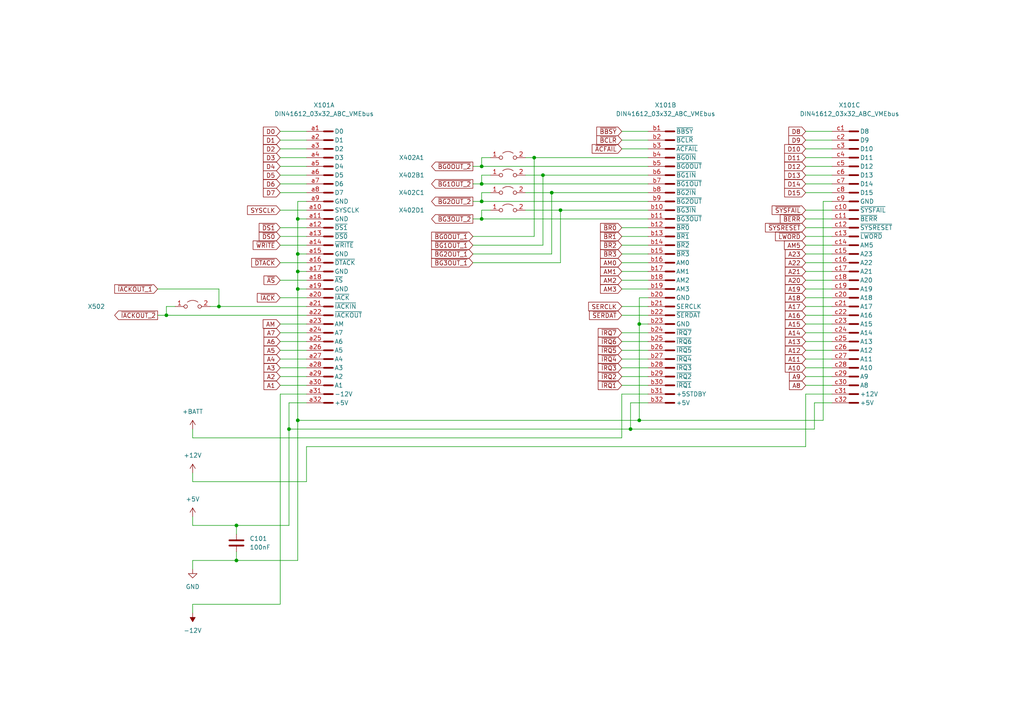
<source format=kicad_sch>
(kicad_sch (version 20211123) (generator eeschema)
  (paper "A4")
  (title_block (title "SOCKET 1") (date "2023-10-10") (rev "1") (company "(C) TOM STOREY") (comment 1 "FREE FOR NON-COMMERCIAL USE"))
  (lib_symbols
    (symbol "COMET symbols:C" (pin_numbers hide) (pin_names hide)
      (property "Reference" "C" (at 0 0 0))
      (property "Value" "C" (at 0 0 0))
      (symbol "C_0_1"
        (polyline (pts (xy -2.032 -0.762) (xy 2.032 -0.762)) (stroke (width 0.508)))
        (polyline (pts (xy -2.032 0.762) (xy 2.032 0.762)) (stroke (width 0.508)))
      )
      (symbol "C_1_1"
        (pin passive line (at 0 2.54 270) (length 1.524) (name "~") (number "1"))
        (pin passive line (at 0 -2.54 90) (length 1.524) (name "~") (number "2"))
      )
    )
    (symbol "COMET symbols:DIN41612_03x32_ABC_VMEbus" (pin_names (offset 3.048))
      (property "Reference" "X1" (at -20.32 45.72 0))
      (property "Value" "DIN41612_03x32_ABC_VMEbus" (at -20.32 43.18 0))
      (symbol "DIN41612_03x32_ABC_VMEbus_1_1"
        (polyline (pts (xy 0 -40.64) (xy 2.54 -40.64)) (stroke (width 0.508)))
        (polyline (pts (xy 0 -38.1) (xy 2.54 -38.1)) (stroke (width 0.508)))
        (polyline (pts (xy 0 -35.56) (xy 2.54 -35.56)) (stroke (width 0.508)))
        (polyline (pts (xy 0 -33.02) (xy 2.54 -33.02)) (stroke (width 0.508)))
        (polyline (pts (xy 0 -30.48) (xy 2.54 -30.48)) (stroke (width 0.508)))
        (polyline (pts (xy 0 -27.94) (xy 2.54 -27.94)) (stroke (width 0.508)))
        (polyline (pts (xy 0 -25.4) (xy 2.54 -25.4)) (stroke (width 0.508)))
        (polyline (pts (xy 0 -22.86) (xy 2.54 -22.86)) (stroke (width 0.508)))
        (polyline (pts (xy 0 -20.32) (xy 2.54 -20.32)) (stroke (width 0.508)))
        (polyline (pts (xy 0 -17.78) (xy 2.54 -17.78)) (stroke (width 0.508)))
        (polyline (pts (xy 0 -15.24) (xy 2.54 -15.24)) (stroke (width 0.508)))
        (polyline (pts (xy 0 -12.7) (xy 2.54 -12.7)) (stroke (width 0.508)))
        (polyline (pts (xy 0 -10.16) (xy 2.54 -10.16)) (stroke (width 0.508)))
        (polyline (pts (xy 0 -7.62) (xy 2.54 -7.62)) (stroke (width 0.508)))
        (polyline (pts (xy 0 -5.08) (xy 2.54 -5.08)) (stroke (width 0.508)))
        (polyline (pts (xy 0 -2.54) (xy 2.54 -2.54)) (stroke (width 0.508)))
        (polyline (pts (xy 0 0) (xy 2.54 0)) (stroke (width 0.508)))
        (polyline (pts (xy 0 2.54) (xy 2.54 2.54)) (stroke (width 0.508)))
        (polyline (pts (xy 0 5.08) (xy 2.54 5.08)) (stroke (width 0.508)))
        (polyline (pts (xy 0 7.62) (xy 2.54 7.62)) (stroke (width 0.508)))
        (polyline (pts (xy 0 10.16) (xy 2.54 10.16)) (stroke (width 0.508)))
        (polyline (pts (xy 0 12.7) (xy 2.54 12.7)) (stroke (width 0.508)))
        (polyline (pts (xy 0 15.24) (xy 2.54 15.24)) (stroke (width 0.508)))
        (polyline (pts (xy 0 17.78) (xy 2.54 17.78)) (stroke (width 0.508)))
        (polyline (pts (xy 0 20.32) (xy 2.54 20.32)) (stroke (width 0.508)))
        (polyline (pts (xy 0 22.86) (xy 2.54 22.86)) (stroke (width 0.508)))
        (polyline (pts (xy 0 25.4) (xy 2.54 25.4)) (stroke (width 0.508)))
        (polyline (pts (xy 0 27.94) (xy 2.54 27.94)) (stroke (width 0.508)))
        (polyline (pts (xy 0 30.48) (xy 2.54 30.48)) (stroke (width 0.508)))
        (polyline (pts (xy 0 33.02) (xy 2.54 33.02)) (stroke (width 0.508)))
        (polyline (pts (xy 0 35.56) (xy 2.54 35.56)) (stroke (width 0.508)))
        (polyline (pts (xy 0 38.1) (xy 2.54 38.1)) (stroke (width 0.508)))
        (pin passive line (at -5.08 38.1 0) (length 5.08) (name "D0") (number "a1"))
        (pin passive line (at -5.08 15.24 0) (length 5.08) (name "SYSCLK") (number "a10"))
        (pin passive line (at -5.08 12.7 0) (length 5.08) (name "GND") (number "a11"))
        (pin passive line (at -5.08 10.16 0) (length 5.08) (name "~{DS1}") (number "a12"))
        (pin passive line (at -5.08 7.62 0) (length 5.08) (name "~{DS0}") (number "a13"))
        (pin passive line (at -5.08 5.08 0) (length 5.08) (name "~{WRITE}") (number "a14"))
        (pin passive line (at -5.08 2.54 0) (length 5.08) (name "GND") (number "a15"))
        (pin passive line (at -5.08 0 0) (length 5.08) (name "~{DTACK}") (number "a16"))
        (pin passive line (at -5.08 -2.54 0) (length 5.08) (name "GND") (number "a17"))
        (pin passive line (at -5.08 -5.08 0) (length 5.08) (name "~{AS}") (number "a18"))
        (pin passive line (at -5.08 -7.62 0) (length 5.08) (name "GND") (number "a19"))
        (pin passive line (at -5.08 35.56 0) (length 5.08) (name "D1") (number "a2"))
        (pin passive line (at -5.08 -10.16 0) (length 5.08) (name "~{IACK}") (number "a20"))
        (pin passive line (at -5.08 -12.7 0) (length 5.08) (name "~{IACKIN}") (number "a21"))
        (pin passive line (at -5.08 -15.24 0) (length 5.08) (name "~{IACKOUT}") (number "a22"))
        (pin passive line (at -5.08 -17.78 0) (length 5.08) (name "AM") (number "a23"))
        (pin passive line (at -5.08 -20.32 0) (length 5.08) (name "A7") (number "a24"))
        (pin passive line (at -5.08 -22.86 0) (length 5.08) (name "A6") (number "a25"))
        (pin passive line (at -5.08 -25.4 0) (length 5.08) (name "A5") (number "a26"))
        (pin passive line (at -5.08 -27.94 0) (length 5.08) (name "A4") (number "a27"))
        (pin passive line (at -5.08 -30.48 0) (length 5.08) (name "A3") (number "a28"))
        (pin passive line (at -5.08 -33.02 0) (length 5.08) (name "A2") (number "a29"))
        (pin passive line (at -5.08 33.02 0) (length 5.08) (name "D2") (number "a3"))
        (pin passive line (at -5.08 -35.56 0) (length 5.08) (name "A1") (number "a30"))
        (pin passive line (at -5.08 -38.1 0) (length 5.08) (name "-12V") (number "a31"))
        (pin passive line (at -5.08 -40.64 0) (length 5.08) (name "+5V") (number "a32"))
        (pin passive line (at -5.08 30.48 0) (length 5.08) (name "D3") (number "a4"))
        (pin passive line (at -5.08 27.94 0) (length 5.08) (name "D4") (number "a5"))
        (pin passive line (at -5.08 25.4 0) (length 5.08) (name "D5") (number "a6"))
        (pin passive line (at -5.08 22.86 0) (length 5.08) (name "D6") (number "a7"))
        (pin passive line (at -5.08 20.32 0) (length 5.08) (name "D7") (number "a8"))
        (pin passive line (at -5.08 17.78 0) (length 5.08) (name "GND") (number "a9"))
      )
      (symbol "DIN41612_03x32_ABC_VMEbus_2_1"
        (polyline (pts (xy 0 -40.64) (xy 2.54 -40.64)) (stroke (width 0.508)))
        (polyline (pts (xy 0 -38.1) (xy 2.54 -38.1)) (stroke (width 0.508)))
        (polyline (pts (xy 0 -35.56) (xy 2.54 -35.56)) (stroke (width 0.508)))
        (polyline (pts (xy 0 -33.02) (xy 2.54 -33.02)) (stroke (width 0.508)))
        (polyline (pts (xy 0 -30.48) (xy 2.54 -30.48)) (stroke (width 0.508)))
        (polyline (pts (xy 0 -27.94) (xy 2.54 -27.94)) (stroke (width 0.508)))
        (polyline (pts (xy 0 -25.4) (xy 2.54 -25.4)) (stroke (width 0.508)))
        (polyline (pts (xy 0 -22.86) (xy 2.54 -22.86)) (stroke (width 0.508)))
        (polyline (pts (xy 0 -20.32) (xy 2.54 -20.32)) (stroke (width 0.508)))
        (polyline (pts (xy 0 -17.78) (xy 2.54 -17.78)) (stroke (width 0.508)))
        (polyline (pts (xy 0 -15.24) (xy 2.54 -15.24)) (stroke (width 0.508)))
        (polyline (pts (xy 0 -12.7) (xy 2.54 -12.7)) (stroke (width 0.508)))
        (polyline (pts (xy 0 -10.16) (xy 2.54 -10.16)) (stroke (width 0.508)))
        (polyline (pts (xy 0 -7.62) (xy 2.54 -7.62)) (stroke (width 0.508)))
        (polyline (pts (xy 0 -5.08) (xy 2.54 -5.08)) (stroke (width 0.508)))
        (polyline (pts (xy 0 -2.54) (xy 2.54 -2.54)) (stroke (width 0.508)))
        (polyline (pts (xy 0 0) (xy 2.54 0)) (stroke (width 0.508)))
        (polyline (pts (xy 0 2.54) (xy 2.54 2.54)) (stroke (width 0.508)))
        (polyline (pts (xy 0 5.08) (xy 2.54 5.08)) (stroke (width 0.508)))
        (polyline (pts (xy 0 7.62) (xy 2.54 7.62)) (stroke (width 0.508)))
        (polyline (pts (xy 0 10.16) (xy 2.54 10.16)) (stroke (width 0.508)))
        (polyline (pts (xy 0 12.7) (xy 2.54 12.7)) (stroke (width 0.508)))
        (polyline (pts (xy 0 15.24) (xy 2.54 15.24)) (stroke (width 0.508)))
        (polyline (pts (xy 0 17.78) (xy 2.54 17.78)) (stroke (width 0.508)))
        (polyline (pts (xy 0 20.32) (xy 2.54 20.32)) (stroke (width 0.508)))
        (polyline (pts (xy 0 22.86) (xy 2.54 22.86)) (stroke (width 0.508)))
        (polyline (pts (xy 0 25.4) (xy 2.54 25.4)) (stroke (width 0.508)))
        (polyline (pts (xy 0 27.94) (xy 2.54 27.94)) (stroke (width 0.508)))
        (polyline (pts (xy 0 30.48) (xy 2.54 30.48)) (stroke (width 0.508)))
        (polyline (pts (xy 0 33.02) (xy 2.54 33.02)) (stroke (width 0.508)))
        (polyline (pts (xy 0 35.56) (xy 2.54 35.56)) (stroke (width 0.508)))
        (polyline (pts (xy 0 38.1) (xy 2.54 38.1)) (stroke (width 0.508)))
        (pin passive line (at -5.08 38.1 0) (length 5.08) (name "~{BBSY}") (number "b1"))
        (pin passive line (at -5.08 15.24 0) (length 5.08) (name "~{BG3IN}") (number "b10"))
        (pin passive line (at -5.08 12.7 0) (length 5.08) (name "~{BG3OUT}") (number "b11"))
        (pin passive line (at -5.08 10.16 0) (length 5.08) (name "~{BR0}") (number "b12"))
        (pin passive line (at -5.08 7.62 0) (length 5.08) (name "~{BR1}") (number "b13"))
        (pin passive line (at -5.08 5.08 0) (length 5.08) (name "~{BR2}") (number "b14"))
        (pin passive line (at -5.08 2.54 0) (length 5.08) (name "~{BR3}") (number "b15"))
        (pin passive line (at -5.08 0 0) (length 5.08) (name "AM0") (number "b16"))
        (pin passive line (at -5.08 -2.54 0) (length 5.08) (name "AM1") (number "b17"))
        (pin passive line (at -5.08 -5.08 0) (length 5.08) (name "AM2") (number "b18"))
        (pin passive line (at -5.08 -7.62 0) (length 5.08) (name "AM3") (number "b19"))
        (pin passive line (at -5.08 35.56 0) (length 5.08) (name "~{BCLR}") (number "b2"))
        (pin passive line (at -5.08 -10.16 0) (length 5.08) (name "GND") (number "b20"))
        (pin passive line (at -5.08 -12.7 0) (length 5.08) (name "SERCLK") (number "b21"))
        (pin passive line (at -5.08 -15.24 0) (length 5.08) (name "~{SERDAT}") (number "b22"))
        (pin passive line (at -5.08 -17.78 0) (length 5.08) (name "GND") (number "b23"))
        (pin passive line (at -5.08 -20.32 0) (length 5.08) (name "~{IRQ7}") (number "b24"))
        (pin passive line (at -5.08 -22.86 0) (length 5.08) (name "~{IRQ6}") (number "b25"))
        (pin passive line (at -5.08 -25.4 0) (length 5.08) (name "~{IRQ5}") (number "b26"))
        (pin passive line (at -5.08 -27.94 0) (length 5.08) (name "~{IRQ4}") (number "b27"))
        (pin passive line (at -5.08 -30.48 0) (length 5.08) (name "~{IRQ3}") (number "b28"))
        (pin passive line (at -5.08 -33.02 0) (length 5.08) (name "~{IRQ2}") (number "b29"))
        (pin passive line (at -5.08 33.02 0) (length 5.08) (name "~{ACFAIL}") (number "b3"))
        (pin passive line (at -5.08 -35.56 0) (length 5.08) (name "~{IRQ1}") (number "b30"))
        (pin passive line (at -5.08 -38.1 0) (length 5.08) (name "+5STDBY") (number "b31"))
        (pin passive line (at -5.08 -40.64 0) (length 5.08) (name "+5V") (number "b32"))
        (pin passive line (at -5.08 30.48 0) (length 5.08) (name "~{BG0IN}") (number "b4"))
        (pin passive line (at -5.08 27.94 0) (length 5.08) (name "~{BG0OUT}") (number "b5"))
        (pin passive line (at -5.08 25.4 0) (length 5.08) (name "~{BG1IN}") (number "b6"))
        (pin passive line (at -5.08 22.86 0) (length 5.08) (name "~{BG1OUT}") (number "b7"))
        (pin passive line (at -5.08 20.32 0) (length 5.08) (name "~{BG2IN}") (number "b8"))
        (pin passive line (at -5.08 17.78 0) (length 5.08) (name "~{BG2OUT}") (number "b9"))
      )
      (symbol "DIN41612_03x32_ABC_VMEbus_3_1"
        (polyline (pts (xy 0 -40.64) (xy 2.54 -40.64)) (stroke (width 0.508)))
        (polyline (pts (xy 0 -38.1) (xy 2.54 -38.1)) (stroke (width 0.508)))
        (polyline (pts (xy 0 -35.56) (xy 2.54 -35.56)) (stroke (width 0.508)))
        (polyline (pts (xy 0 -33.02) (xy 2.54 -33.02)) (stroke (width 0.508)))
        (polyline (pts (xy 0 -30.48) (xy 2.54 -30.48)) (stroke (width 0.508)))
        (polyline (pts (xy 0 -27.94) (xy 2.54 -27.94)) (stroke (width 0.508)))
        (polyline (pts (xy 0 -25.4) (xy 2.54 -25.4)) (stroke (width 0.508)))
        (polyline (pts (xy 0 -22.86) (xy 2.54 -22.86)) (stroke (width 0.508)))
        (polyline (pts (xy 0 -20.32) (xy 2.54 -20.32)) (stroke (width 0.508)))
        (polyline (pts (xy 0 -17.78) (xy 2.54 -17.78)) (stroke (width 0.508)))
        (polyline (pts (xy 0 -15.24) (xy 2.54 -15.24)) (stroke (width 0.508)))
        (polyline (pts (xy 0 -12.7) (xy 2.54 -12.7)) (stroke (width 0.508)))
        (polyline (pts (xy 0 -10.16) (xy 2.54 -10.16)) (stroke (width 0.508)))
        (polyline (pts (xy 0 -7.62) (xy 2.54 -7.62)) (stroke (width 0.508)))
        (polyline (pts (xy 0 -5.08) (xy 2.54 -5.08)) (stroke (width 0.508)))
        (polyline (pts (xy 0 -2.54) (xy 2.54 -2.54)) (stroke (width 0.508)))
        (polyline (pts (xy 0 0) (xy 2.54 0)) (stroke (width 0.508)))
        (polyline (pts (xy 0 2.54) (xy 2.54 2.54)) (stroke (width 0.508)))
        (polyline (pts (xy 0 5.08) (xy 2.54 5.08)) (stroke (width 0.508)))
        (polyline (pts (xy 0 7.62) (xy 2.54 7.62)) (stroke (width 0.508)))
        (polyline (pts (xy 0 10.16) (xy 2.54 10.16)) (stroke (width 0.508)))
        (polyline (pts (xy 0 12.7) (xy 2.54 12.7)) (stroke (width 0.508)))
        (polyline (pts (xy 0 15.24) (xy 2.54 15.24)) (stroke (width 0.508)))
        (polyline (pts (xy 0 17.78) (xy 2.54 17.78)) (stroke (width 0.508)))
        (polyline (pts (xy 0 20.32) (xy 2.54 20.32)) (stroke (width 0.508)))
        (polyline (pts (xy 0 22.86) (xy 2.54 22.86)) (stroke (width 0.508)))
        (polyline (pts (xy 0 25.4) (xy 2.54 25.4)) (stroke (width 0.508)))
        (polyline (pts (xy 0 27.94) (xy 2.54 27.94)) (stroke (width 0.508)))
        (polyline (pts (xy 0 30.48) (xy 2.54 30.48)) (stroke (width 0.508)))
        (polyline (pts (xy 0 33.02) (xy 2.54 33.02)) (stroke (width 0.508)))
        (polyline (pts (xy 0 35.56) (xy 2.54 35.56)) (stroke (width 0.508)))
        (polyline (pts (xy 0 38.1) (xy 2.54 38.1)) (stroke (width 0.508)))
        (pin passive line (at -5.08 38.1 0) (length 5.08) (name "D8") (number "c1"))
        (pin passive line (at -5.08 15.24 0) (length 5.08) (name "~{SYSFAIL}") (number "c10"))
        (pin passive line (at -5.08 12.7 0) (length 5.08) (name "~{BERR}") (number "c11"))
        (pin passive line (at -5.08 10.16 0) (length 5.08) (name "~{SYSRESET}") (number "c12"))
        (pin passive line (at -5.08 7.62 0) (length 5.08) (name "~{LWORD}") (number "c13"))
        (pin passive line (at -5.08 5.08 0) (length 5.08) (name "AM5") (number "c14"))
        (pin passive line (at -5.08 2.54 0) (length 5.08) (name "A23") (number "c15"))
        (pin passive line (at -5.08 0 0) (length 5.08) (name "A22") (number "c16"))
        (pin passive line (at -5.08 -2.54 0) (length 5.08) (name "A21") (number "c17"))
        (pin passive line (at -5.08 -5.08 0) (length 5.08) (name "A20") (number "c18"))
        (pin passive line (at -5.08 -7.62 0) (length 5.08) (name "A19") (number "c19"))
        (pin passive line (at -5.08 35.56 0) (length 5.08) (name "D9") (number "c2"))
        (pin passive line (at -5.08 -10.16 0) (length 5.08) (name "A18") (number "c20"))
        (pin passive line (at -5.08 -12.7 0) (length 5.08) (name "A17") (number "c21"))
        (pin passive line (at -5.08 -15.24 0) (length 5.08) (name "A16") (number "c22"))
        (pin passive line (at -5.08 -17.78 0) (length 5.08) (name "A15") (number "c23"))
        (pin passive line (at -5.08 -20.32 0) (length 5.08) (name "A14") (number "c24"))
        (pin passive line (at -5.08 -22.86 0) (length 5.08) (name "A13") (number "c25"))
        (pin passive line (at -5.08 -25.4 0) (length 5.08) (name "A12") (number "c26"))
        (pin passive line (at -5.08 -27.94 0) (length 5.08) (name "A11") (number "c27"))
        (pin passive line (at -5.08 -30.48 0) (length 5.08) (name "A10") (number "c28"))
        (pin passive line (at -5.08 -33.02 0) (length 5.08) (name "A9") (number "c29"))
        (pin passive line (at -5.08 33.02 0) (length 5.08) (name "D10") (number "c3"))
        (pin passive line (at -5.08 -35.56 0) (length 5.08) (name "A8") (number "c30"))
        (pin passive line (at -5.08 -38.1 0) (length 5.08) (name "+12V") (number "c31"))
        (pin passive line (at -5.08 -40.64 0) (length 5.08) (name "+5V") (number "c32"))
        (pin passive line (at -5.08 30.48 0) (length 5.08) (name "D11") (number "c4"))
        (pin passive line (at -5.08 27.94 0) (length 5.08) (name "D12") (number "c5"))
        (pin passive line (at -5.08 25.4 0) (length 5.08) (name "D13") (number "c6"))
        (pin passive line (at -5.08 22.86 0) (length 5.08) (name "D14") (number "c7"))
        (pin passive line (at -5.08 20.32 0) (length 5.08) (name "D15") (number "c8"))
        (pin passive line (at -5.08 17.78 0) (length 5.08) (name "GND") (number "c9"))
      )
    )
    (symbol "Jumper:Jumper_2_Open" (pin_names (offset 0) hide)
      (property "Reference" "JP" (at 0 2.794 0))
      (property "Value" "Jumper_2_Open" (at 0 -2.286 0))
      (symbol "Jumper_2_Open_0_0"
        (circle (center -2.032 0) (radius 0.508))
        (circle (center 2.032 0) (radius 0.508))
      )
      (symbol "Jumper_2_Open_0_1"
        (arc (start 1.524 1.27) (mid 0 1.778) (end -1.524 1.27))
      )
      (symbol "Jumper_2_Open_1_1"
        (pin passive line (at -5.08 0 0) (length 2.54) (name "A") (number "1"))
        (pin passive line (at 5.08 0 180) (length 2.54) (name "B") (number "2"))
      )
    )
    (symbol "power:+12V" (power) (pin_names (offset 0))
      (property "Value" "+12V" (at 0 3.556 0))
      (symbol "+12V_0_1"
        (polyline (pts (xy -0.762 1.27) (xy 0 2.54)))
        (polyline (pts (xy 0 0) (xy 0 2.54)))
        (polyline (pts (xy 0 2.54) (xy 0.762 1.27)))
      )
      (symbol "+12V_1_1"
        (pin power_in line (at 0 0 90) (length 0) hide (name "+12V") (number "1"))
      )
    )
    (symbol "power:+5V" (power) (pin_names (offset 0))
      (property "Value" "+5V" (at 0 3.556 0))
      (symbol "+5V_0_1"
        (polyline (pts (xy -0.762 1.27) (xy 0 2.54)))
        (polyline (pts (xy 0 0) (xy 0 2.54)))
        (polyline (pts (xy 0 2.54) (xy 0.762 1.27)))
      )
      (symbol "+5V_1_1"
        (pin power_in line (at 0 0 90) (length 0) hide (name "+5V") (number "1"))
      )
    )
    (symbol "power:+BATT" (power) (pin_names (offset 0))
      (property "Value" "+BATT" (at 0 3.556 0))
      (symbol "+BATT_0_1"
        (polyline (pts (xy -0.762 1.27) (xy 0 2.54)))
        (polyline (pts (xy 0 0) (xy 0 2.54)))
        (polyline (pts (xy 0 2.54) (xy 0.762 1.27)))
      )
      (symbol "+BATT_1_1"
        (pin power_in line (at 0 0 90) (length 0) hide (name "+BATT") (number "1"))
      )
    )
    (symbol "power:-12V" (power) (pin_names (offset 0))
      (property "Value" "-12V" (at 0 3.81 0))
      (symbol "-12V_0_0"
        (pin power_in line (at 0 0 90) (length 0) hide (name "-12V") (number "1"))
      )
      (symbol "-12V_0_1"
        (polyline (pts (xy 0 0) (xy 0 1.27) (xy 0.762 1.27) (xy 0 2.54) (xy -0.762 1.27) (xy 0 1.27)) (fill (type outline)))
      )
    )
    (symbol "power:GND" (power) (pin_names (offset 0))
      (property "Value" "GND" (at 0 -3.81 0))
      (symbol "GND_0_1"
        (polyline (pts (xy 0 0) (xy 0 -1.27) (xy 1.27 -1.27) (xy 0 -2.54) (xy -1.27 -1.27) (xy 0 -1.27)))
      )
      (symbol "GND_1_1"
        (pin power_in line (at 0 0 270) (length 0) hide (name "GND") (number "1"))
      )
    )
  )
  (junction (at 157.48 50.8))
  (junction (at 63.5 88.9))
  (junction (at 86.36 83.82))
  (junction (at 139.7 58.42))
  (junction (at 139.7 63.5))
  (junction (at 86.36 63.5))
  (junction (at 48.26 91.44))
  (junction (at 154.94 45.72))
  (junction (at 139.7 53.34))
  (junction (at 86.36 78.74))
  (junction (at 139.7 48.26))
  (junction (at 185.42 93.98))
  (junction (at 185.42 121.92))
  (junction (at 83.82 124.46))
  (junction (at 160.02 55.88))
  (junction (at 162.56 60.96))
  (junction (at 86.36 73.66))
  (junction (at 68.58 152.4))
  (junction (at 182.88 124.46))
  (junction (at 68.58 162.56))
  (junction (at 86.36 121.92))
  (wire (pts (xy 238.76 58.42) (xy 238.76 121.92)))
  (wire (pts (xy 137.16 73.66) (xy 160.02 73.66)))
  (wire (pts (xy 152.4 50.8) (xy 157.48 50.8)))
  (wire (pts (xy 180.34 83.82) (xy 187.96 83.82)))
  (wire (pts (xy 233.68 106.68) (xy 241.3 106.68)))
  (wire (pts (xy 81.28 60.96) (xy 88.9 60.96)))
  (wire (pts (xy 180.34 43.18) (xy 187.96 43.18)))
  (wire (pts (xy 68.58 160.02) (xy 68.58 162.56)))
  (wire (pts (xy 137.16 53.34) (xy 139.7 53.34)))
  (wire (pts (xy 233.68 55.88) (xy 241.3 55.88)))
  (wire (pts (xy 233.68 91.44) (xy 241.3 91.44)))
  (wire (pts (xy 86.36 78.74) (xy 88.9 78.74)))
  (wire (pts (xy 81.28 106.68) (xy 88.9 106.68)))
  (wire (pts (xy 137.16 63.5) (xy 139.7 63.5)))
  (wire (pts (xy 233.68 71.12) (xy 241.3 71.12)))
  (wire (pts (xy 180.34 127) (xy 180.34 114.3)))
  (wire (pts (xy 233.68 114.3) (xy 241.3 114.3)))
  (wire (pts (xy 139.7 45.72) (xy 139.7 48.26)))
  (wire (pts (xy 81.28 50.8) (xy 88.9 50.8)))
  (wire (pts (xy 233.68 86.36) (xy 241.3 86.36)))
  (wire (pts (xy 86.36 121.92) (xy 185.42 121.92)))
  (wire (pts (xy 157.48 50.8) (xy 157.48 71.12)))
  (wire (pts (xy 60.96 88.9) (xy 63.5 88.9)))
  (wire (pts (xy 55.88 177.8) (xy 55.88 175.26)))
  (wire (pts (xy 182.88 116.84) (xy 182.88 124.46)))
  (wire (pts (xy 185.42 86.36) (xy 185.42 93.98)))
  (wire (pts (xy 81.28 93.98) (xy 88.9 93.98)))
  (wire (pts (xy 55.88 139.7) (xy 88.9 139.7)))
  (wire (pts (xy 182.88 124.46) (xy 236.22 124.46)))
  (wire (pts (xy 236.22 116.84) (xy 241.3 116.84)))
  (wire (pts (xy 180.34 71.12) (xy 187.96 71.12)))
  (wire (pts (xy 233.68 38.1) (xy 241.3 38.1)))
  (wire (pts (xy 233.68 53.34) (xy 241.3 53.34)))
  (wire (pts (xy 55.88 149.86) (xy 55.88 152.4)))
  (wire (pts (xy 185.42 93.98) (xy 187.96 93.98)))
  (wire (pts (xy 86.36 78.74) (xy 86.36 83.82)))
  (wire (pts (xy 81.28 66.04) (xy 88.9 66.04)))
  (wire (pts (xy 180.34 111.76) (xy 187.96 111.76)))
  (wire (pts (xy 233.68 104.14) (xy 241.3 104.14)))
  (wire (pts (xy 180.34 96.52) (xy 187.96 96.52)))
  (wire (pts (xy 180.34 88.9) (xy 187.96 88.9)))
  (wire (pts (xy 55.88 175.26) (xy 81.28 175.26)))
  (wire (pts (xy 139.7 60.96) (xy 142.24 60.96)))
  (wire (pts (xy 162.56 60.96) (xy 162.56 76.2)))
  (wire (pts (xy 139.7 58.42) (xy 187.96 58.42)))
  (wire (pts (xy 187.96 116.84) (xy 182.88 116.84)))
  (wire (pts (xy 55.88 137.16) (xy 55.88 139.7)))
  (wire (pts (xy 81.28 38.1) (xy 88.9 38.1)))
  (wire (pts (xy 81.28 86.36) (xy 88.9 86.36)))
  (wire (pts (xy 86.36 58.42) (xy 86.36 63.5)))
  (wire (pts (xy 160.02 55.88) (xy 160.02 73.66)))
  (wire (pts (xy 83.82 152.4) (xy 83.82 124.46)))
  (wire (pts (xy 55.88 124.46) (xy 55.88 127)))
  (wire (pts (xy 139.7 60.96) (xy 139.7 63.5)))
  (wire (pts (xy 180.34 40.64) (xy 187.96 40.64)))
  (wire (pts (xy 81.28 81.28) (xy 88.9 81.28)))
  (wire (pts (xy 142.24 55.88) (xy 139.7 55.88)))
  (wire (pts (xy 180.34 73.66) (xy 187.96 73.66)))
  (wire (pts (xy 233.68 68.58) (xy 241.3 68.58)))
  (wire (pts (xy 233.68 99.06) (xy 241.3 99.06)))
  (wire (pts (xy 233.68 101.6) (xy 241.3 101.6)))
  (wire (pts (xy 233.68 48.26) (xy 241.3 48.26)))
  (wire (pts (xy 160.02 55.88) (xy 187.96 55.88)))
  (wire (pts (xy 233.68 129.54) (xy 233.68 114.3)))
  (wire (pts (xy 81.28 43.18) (xy 88.9 43.18)))
  (wire (pts (xy 81.28 76.2) (xy 88.9 76.2)))
  (wire (pts (xy 86.36 83.82) (xy 86.36 121.92)))
  (wire (pts (xy 180.34 104.14) (xy 187.96 104.14)))
  (wire (pts (xy 152.4 45.72) (xy 154.94 45.72)))
  (wire (pts (xy 86.36 63.5) (xy 86.36 73.66)))
  (wire (pts (xy 180.34 68.58) (xy 187.96 68.58)))
  (wire (pts (xy 180.34 76.2) (xy 187.96 76.2)))
  (wire (pts (xy 142.24 50.8) (xy 139.7 50.8)))
  (wire (pts (xy 139.7 55.88) (xy 139.7 58.42)))
  (wire (pts (xy 233.68 88.9) (xy 241.3 88.9)))
  (wire (pts (xy 68.58 152.4) (xy 68.58 154.94)))
  (wire (pts (xy 152.4 55.88) (xy 160.02 55.88)))
  (wire (pts (xy 139.7 63.5) (xy 187.96 63.5)))
  (wire (pts (xy 83.82 124.46) (xy 182.88 124.46)))
  (wire (pts (xy 55.88 152.4) (xy 68.58 152.4)))
  (wire (pts (xy 81.28 48.26) (xy 88.9 48.26)))
  (wire (pts (xy 233.68 81.28) (xy 241.3 81.28)))
  (wire (pts (xy 88.9 116.84) (xy 83.82 116.84)))
  (wire (pts (xy 81.28 45.72) (xy 88.9 45.72)))
  (wire (pts (xy 63.5 88.9) (xy 63.5 83.82)))
  (wire (pts (xy 68.58 162.56) (xy 55.88 162.56)))
  (wire (pts (xy 233.68 43.18) (xy 241.3 43.18)))
  (wire (pts (xy 233.68 50.8) (xy 241.3 50.8)))
  (wire (pts (xy 233.68 45.72) (xy 241.3 45.72)))
  (wire (pts (xy 81.28 175.26) (xy 81.28 114.3)))
  (wire (pts (xy 180.34 91.44) (xy 187.96 91.44)))
  (wire (pts (xy 180.34 106.68) (xy 187.96 106.68)))
  (wire (pts (xy 83.82 116.84) (xy 83.82 124.46)))
  (wire (pts (xy 88.9 129.54) (xy 88.9 139.7)))
  (wire (pts (xy 86.36 73.66) (xy 88.9 73.66)))
  (wire (pts (xy 81.28 101.6) (xy 88.9 101.6)))
  (wire (pts (xy 48.26 91.44) (xy 88.9 91.44)))
  (wire (pts (xy 233.68 76.2) (xy 241.3 76.2)))
  (wire (pts (xy 68.58 152.4) (xy 83.82 152.4)))
  (wire (pts (xy 139.7 50.8) (xy 139.7 53.34)))
  (wire (pts (xy 142.24 45.72) (xy 139.7 45.72)))
  (wire (pts (xy 137.16 71.12) (xy 157.48 71.12)))
  (wire (pts (xy 86.36 162.56) (xy 68.58 162.56)))
  (wire (pts (xy 180.34 81.28) (xy 187.96 81.28)))
  (wire (pts (xy 241.3 58.42) (xy 238.76 58.42)))
  (wire (pts (xy 86.36 73.66) (xy 86.36 78.74)))
  (wire (pts (xy 81.28 104.14) (xy 88.9 104.14)))
  (wire (pts (xy 81.28 96.52) (xy 88.9 96.52)))
  (wire (pts (xy 139.7 53.34) (xy 187.96 53.34)))
  (wire (pts (xy 81.28 53.34) (xy 88.9 53.34)))
  (wire (pts (xy 180.34 66.04) (xy 187.96 66.04)))
  (wire (pts (xy 88.9 58.42) (xy 86.36 58.42)))
  (wire (pts (xy 55.88 162.56) (xy 55.88 165.1)))
  (wire (pts (xy 233.68 40.64) (xy 241.3 40.64)))
  (wire (pts (xy 180.34 109.22) (xy 187.96 109.22)))
  (wire (pts (xy 88.9 129.54) (xy 233.68 129.54)))
  (wire (pts (xy 233.68 78.74) (xy 241.3 78.74)))
  (wire (pts (xy 233.68 93.98) (xy 241.3 93.98)))
  (wire (pts (xy 180.34 101.6) (xy 187.96 101.6)))
  (wire (pts (xy 81.28 68.58) (xy 88.9 68.58)))
  (wire (pts (xy 45.72 91.44) (xy 48.26 91.44)))
  (wire (pts (xy 137.16 58.42) (xy 139.7 58.42)))
  (wire (pts (xy 81.28 40.64) (xy 88.9 40.64)))
  (wire (pts (xy 233.68 60.96) (xy 241.3 60.96)))
  (wire (pts (xy 233.68 96.52) (xy 241.3 96.52)))
  (wire (pts (xy 154.94 45.72) (xy 187.96 45.72)))
  (wire (pts (xy 152.4 60.96) (xy 162.56 60.96)))
  (wire (pts (xy 233.68 66.04) (xy 241.3 66.04)))
  (wire (pts (xy 81.28 114.3) (xy 88.9 114.3)))
  (wire (pts (xy 86.36 63.5) (xy 88.9 63.5)))
  (wire (pts (xy 81.28 111.76) (xy 88.9 111.76)))
  (wire (pts (xy 185.42 121.92) (xy 238.76 121.92)))
  (wire (pts (xy 233.68 63.5) (xy 241.3 63.5)))
  (wire (pts (xy 45.72 83.82) (xy 63.5 83.82)))
  (wire (pts (xy 233.68 111.76) (xy 241.3 111.76)))
  (wire (pts (xy 180.34 78.74) (xy 187.96 78.74)))
  (wire (pts (xy 233.68 83.82) (xy 241.3 83.82)))
  (wire (pts (xy 157.48 50.8) (xy 187.96 50.8)))
  (wire (pts (xy 139.7 48.26) (xy 187.96 48.26)))
  (wire (pts (xy 86.36 83.82) (xy 88.9 83.82)))
  (wire (pts (xy 236.22 124.46) (xy 236.22 116.84)))
  (wire (pts (xy 187.96 86.36) (xy 185.42 86.36)))
  (wire (pts (xy 55.88 127) (xy 180.34 127)))
  (wire (pts (xy 81.28 71.12) (xy 88.9 71.12)))
  (wire (pts (xy 63.5 88.9) (xy 88.9 88.9)))
  (wire (pts (xy 233.68 73.66) (xy 241.3 73.66)))
  (wire (pts (xy 233.68 109.22) (xy 241.3 109.22)))
  (wire (pts (xy 81.28 55.88) (xy 88.9 55.88)))
  (wire (pts (xy 81.28 99.06) (xy 88.9 99.06)))
  (wire (pts (xy 162.56 60.96) (xy 187.96 60.96)))
  (wire (pts (xy 50.8 88.9) (xy 48.26 88.9)))
  (wire (pts (xy 86.36 121.92) (xy 86.36 162.56)))
  (wire (pts (xy 137.16 68.58) (xy 154.94 68.58)))
  (wire (pts (xy 81.28 109.22) (xy 88.9 109.22)))
  (wire (pts (xy 180.34 99.06) (xy 187.96 99.06)))
  (wire (pts (xy 185.42 93.98) (xy 185.42 121.92)))
  (wire (pts (xy 180.34 114.3) (xy 187.96 114.3)))
  (wire (pts (xy 137.16 76.2) (xy 162.56 76.2)))
  (wire (pts (xy 137.16 48.26) (xy 139.7 48.26)))
  (wire (pts (xy 180.34 38.1) (xy 187.96 38.1)))
  (wire (pts (xy 154.94 45.72) (xy 154.94 68.58)))
  (wire (pts (xy 48.26 88.9) (xy 48.26 91.44)))
  (global_label "~{BR1}" (shape input) (at 180.34 68.58 180) (property "Intersheet References" "${INTERSHEET_REFS}" (effects hide)))
  (global_label "D13" (shape input) (at 233.68 50.8 180) (property "Intersheet References" "${INTERSHEET_REFS}" (effects hide)))
  (global_label "~{ACFAIL}" (shape input) (at 180.34 43.18 180) (property "Intersheet References" "${INTERSHEET_REFS}" (effects hide)))
  (global_label "D5" (shape input) (at 81.28 50.8 180) (property "Intersheet References" "${INTERSHEET_REFS}" (effects hide)))
  (global_label "~{AS}" (shape input) (at 81.28 81.28 180) (property "Intersheet References" "${INTERSHEET_REFS}" (effects hide)))
  (global_label "~{IRQ4}" (shape input) (at 180.34 104.14 180) (property "Intersheet References" "${INTERSHEET_REFS}" (effects hide)))
  (global_label "D4" (shape input) (at 81.28 48.26 180) (property "Intersheet References" "${INTERSHEET_REFS}" (effects hide)))
  (global_label "A22" (shape input) (at 233.68 76.2 180) (property "Intersheet References" "${INTERSHEET_REFS}" (effects hide)))
  (global_label "~{BR3}" (shape input) (at 180.34 73.66 180) (property "Intersheet References" "${INTERSHEET_REFS}" (effects hide)))
  (global_label "A12" (shape input) (at 233.68 101.6 180) (property "Intersheet References" "${INTERSHEET_REFS}" (effects hide)))
  (global_label "A13" (shape input) (at 233.68 99.06 180) (property "Intersheet References" "${INTERSHEET_REFS}" (effects hide)))
  (global_label "A3" (shape input) (at 81.28 106.68 180) (property "Intersheet References" "${INTERSHEET_REFS}" (effects hide)))
  (global_label "AM0" (shape input) (at 180.34 76.2 180) (property "Intersheet References" "${INTERSHEET_REFS}" (effects hide)))
  (global_label "A18" (shape input) (at 233.68 86.36 180) (property "Intersheet References" "${INTERSHEET_REFS}" (effects hide)))
  (global_label "~{BG3OUT_1}" (shape input) (at 137.16 76.2 180) (property "Intersheet References" "${INTERSHEET_REFS}" (effects hide)))
  (global_label "AM2" (shape input) (at 180.34 81.28 180) (property "Intersheet References" "${INTERSHEET_REFS}" (effects hide)))
  (global_label "A8" (shape input) (at 233.68 111.76 180) (property "Intersheet References" "${INTERSHEET_REFS}" (effects hide)))
  (global_label "~{DS0}" (shape input) (at 81.28 68.58 180) (property "Intersheet References" "${INTERSHEET_REFS}" (effects hide)))
  (global_label "D3" (shape input) (at 81.28 45.72 180) (property "Intersheet References" "${INTERSHEET_REFS}" (effects hide)))
  (global_label "D6" (shape input) (at 81.28 53.34 180) (property "Intersheet References" "${INTERSHEET_REFS}" (effects hide)))
  (global_label "~{BERR}" (shape input) (at 233.68 63.5 180) (property "Intersheet References" "${INTERSHEET_REFS}" (effects hide)))
  (global_label "AM1" (shape input) (at 180.34 78.74 180) (property "Intersheet References" "${INTERSHEET_REFS}" (effects hide)))
  (global_label "~{IRQ5}" (shape input) (at 180.34 101.6 180) (property "Intersheet References" "${INTERSHEET_REFS}" (effects hide)))
  (global_label "A2" (shape input) (at 81.28 109.22 180) (property "Intersheet References" "${INTERSHEET_REFS}" (effects hide)))
  (global_label "~{LWORD}" (shape input) (at 233.68 68.58 180) (property "Intersheet References" "${INTERSHEET_REFS}" (effects hide)))
  (global_label "~{BG2OUT_1}" (shape input) (at 137.16 73.66 180) (property "Intersheet References" "${INTERSHEET_REFS}" (effects hide)))
  (global_label "~{IRQ1}" (shape input) (at 180.34 111.76 180) (property "Intersheet References" "${INTERSHEET_REFS}" (effects hide)))
  (global_label "D9" (shape input) (at 233.68 40.64 180) (property "Intersheet References" "${INTERSHEET_REFS}" (effects hide)))
  (global_label "~{IRQ7}" (shape input) (at 180.34 96.52 180) (property "Intersheet References" "${INTERSHEET_REFS}" (effects hide)))
  (global_label "A4" (shape input) (at 81.28 104.14 180) (property "Intersheet References" "${INTERSHEET_REFS}" (effects hide)))
  (global_label "~{SYSRESET}" (shape input) (at 233.68 66.04 180) (property "Intersheet References" "${INTERSHEET_REFS}" (effects hide)))
  (global_label "D1" (shape input) (at 81.28 40.64 180) (property "Intersheet References" "${INTERSHEET_REFS}" (effects hide)))
  (global_label "A7" (shape input) (at 81.28 96.52 180) (property "Intersheet References" "${INTERSHEET_REFS}" (effects hide)))
  (global_label "~{BR2}" (shape input) (at 180.34 71.12 180) (property "Intersheet References" "${INTERSHEET_REFS}" (effects hide)))
  (global_label "~{BG1OUT_1}" (shape input) (at 137.16 71.12 180) (property "Intersheet References" "${INTERSHEET_REFS}" (effects hide)))
  (global_label "D14" (shape input) (at 233.68 53.34 180) (property "Intersheet References" "${INTERSHEET_REFS}" (effects hide)))
  (global_label "AM" (shape input) (at 81.28 93.98 180) (property "Intersheet References" "${INTERSHEET_REFS}" (effects hide)))
  (global_label "A9" (shape input) (at 233.68 109.22 180) (property "Intersheet References" "${INTERSHEET_REFS}" (effects hide)))
  (global_label "A21" (shape input) (at 233.68 78.74 180) (property "Intersheet References" "${INTERSHEET_REFS}" (effects hide)))
  (global_label "A23" (shape input) (at 233.68 73.66 180) (property "Intersheet References" "${INTERSHEET_REFS}" (effects hide)))
  (global_label "~{BG2OUT_2}" (shape output) (at 137.16 58.42 180) (property "Intersheet References" "${INTERSHEET_REFS}" (effects hide)))
  (global_label "~{IACKOUT_1}" (shape input) (at 45.72 83.82 180) (property "Intersheet References" "${INTERSHEET_REFS}" (effects hide)))
  (global_label "~{BG0OUT_2}" (shape output) (at 137.16 48.26 180) (property "Intersheet References" "${INTERSHEET_REFS}" (effects hide)))
  (global_label "AM3" (shape input) (at 180.34 83.82 180) (property "Intersheet References" "${INTERSHEET_REFS}" (effects hide)))
  (global_label "~{IACK}" (shape input) (at 81.28 86.36 180) (property "Intersheet References" "${INTERSHEET_REFS}" (effects hide)))
  (global_label "~{DTACK}" (shape input) (at 81.28 76.2 180) (property "Intersheet References" "${INTERSHEET_REFS}" (effects hide)))
  (global_label "D0" (shape input) (at 81.28 38.1 180) (property "Intersheet References" "${INTERSHEET_REFS}" (effects hide)))
  (global_label "~{IRQ6}" (shape input) (at 180.34 99.06 180) (property "Intersheet References" "${INTERSHEET_REFS}" (effects hide)))
  (global_label "~{BG3OUT_2}" (shape output) (at 137.16 63.5 180) (property "Intersheet References" "${INTERSHEET_REFS}" (effects hide)))
  (global_label "A16" (shape input) (at 233.68 91.44 180) (property "Intersheet References" "${INTERSHEET_REFS}" (effects hide)))
  (global_label "~{WRITE}" (shape input) (at 81.28 71.12 180) (property "Intersheet References" "${INTERSHEET_REFS}" (effects hide)))
  (global_label "~{DS1}" (shape input) (at 81.28 66.04 180) (property "Intersheet References" "${INTERSHEET_REFS}" (effects hide)))
  (global_label "D10" (shape input) (at 233.68 43.18 180) (property "Intersheet References" "${INTERSHEET_REFS}" (effects hide)))
  (global_label "A11" (shape input) (at 233.68 104.14 180) (property "Intersheet References" "${INTERSHEET_REFS}" (effects hide)))
  (global_label "A19" (shape input) (at 233.68 83.82 180) (property "Intersheet References" "${INTERSHEET_REFS}" (effects hide)))
  (global_label "~{BCLR}" (shape input) (at 180.34 40.64 180) (property "Intersheet References" "${INTERSHEET_REFS}" (effects hide)))
  (global_label "A6" (shape input) (at 81.28 99.06 180) (property "Intersheet References" "${INTERSHEET_REFS}" (effects hide)))
  (global_label "D2" (shape input) (at 81.28 43.18 180) (property "Intersheet References" "${INTERSHEET_REFS}" (effects hide)))
  (global_label "~{BG1OUT_2}" (shape output) (at 137.16 53.34 180) (property "Intersheet References" "${INTERSHEET_REFS}" (effects hide)))
  (global_label "SERCLK" (shape input) (at 180.34 88.9 180) (property "Intersheet References" "${INTERSHEET_REFS}" (effects hide)))
  (global_label "~{BR0}" (shape input) (at 180.34 66.04 180) (property "Intersheet References" "${INTERSHEET_REFS}" (effects hide)))
  (global_label "D11" (shape input) (at 233.68 45.72 180) (property "Intersheet References" "${INTERSHEET_REFS}" (effects hide)))
  (global_label "D12" (shape input) (at 233.68 48.26 180) (property "Intersheet References" "${INTERSHEET_REFS}" (effects hide)))
  (global_label "A15" (shape input) (at 233.68 93.98 180) (property "Intersheet References" "${INTERSHEET_REFS}" (effects hide)))
  (global_label "~{SERDAT}" (shape input) (at 180.34 91.44 180) (property "Intersheet References" "${INTERSHEET_REFS}" (effects hide)))
  (global_label "D15" (shape input) (at 233.68 55.88 180) (property "Intersheet References" "${INTERSHEET_REFS}" (effects hide)))
  (global_label "A10" (shape input) (at 233.68 106.68 180) (property "Intersheet References" "${INTERSHEET_REFS}" (effects hide)))
  (global_label "A5" (shape input) (at 81.28 101.6 180) (property "Intersheet References" "${INTERSHEET_REFS}" (effects hide)))
  (global_label "~{SYSFAIL}" (shape input) (at 233.68 60.96 180) (property "Intersheet References" "${INTERSHEET_REFS}" (effects hide)))
  (global_label "SYSCLK" (shape input) (at 81.28 60.96 180) (property "Intersheet References" "${INTERSHEET_REFS}" (effects hide)))
  (global_label "A20" (shape input) (at 233.68 81.28 180) (property "Intersheet References" "${INTERSHEET_REFS}" (effects hide)))
  (global_label "A14" (shape input) (at 233.68 96.52 180) (property "Intersheet References" "${INTERSHEET_REFS}" (effects hide)))
  (global_label "A17" (shape input) (at 233.68 88.9 180) (property "Intersheet References" "${INTERSHEET_REFS}" (effects hide)))
  (global_label "A1" (shape input) (at 81.28 111.76 180) (property "Intersheet References" "${INTERSHEET_REFS}" (effects hide)))
  (global_label "~{IACKOUT_2}" (shape output) (at 45.72 91.44 180) (property "Intersheet References" "${INTERSHEET_REFS}" (effects hide)))
  (global_label "D8" (shape input) (at 233.68 38.1 180) (property "Intersheet References" "${INTERSHEET_REFS}" (effects hide)))
  (global_label "~{IRQ2}" (shape input) (at 180.34 109.22 180) (property "Intersheet References" "${INTERSHEET_REFS}" (effects hide)))
  (global_label "~{BBSY}" (shape input) (at 180.34 38.1 180) (property "Intersheet References" "${INTERSHEET_REFS}" (effects hide)))
  (global_label "AM5" (shape input) (at 233.68 71.12 180) (property "Intersheet References" "${INTERSHEET_REFS}" (effects hide)))
  (global_label "~{IRQ3}" (shape input) (at 180.34 106.68 180) (property "Intersheet References" "${INTERSHEET_REFS}" (effects hide)))
  (global_label "D7" (shape input) (at 81.28 55.88 180) (property "Intersheet References" "${INTERSHEET_REFS}" (effects hide)))
  (global_label "~{BG0OUT_1}" (shape input) (at 137.16 68.58 180) (property "Intersheet References" "${INTERSHEET_REFS}" (effects hide)))
  (symbol (lib_id "Jumper:Jumper_2_Open") (at 147.32 60.96 0) (unit 1)
    (property "Reference" "X402D1" (at 119.38 60.96 0))
    (property "Value" "Jumper_2_Open" (effects hide))
    (property "Footprint" "Connector_PinHeader_2.54mm:PinHeader_1x02_P2.54mm_Vertical" (effects hide))
  )
  (symbol (lib_id "Jumper:Jumper_2_Open") (at 147.32 55.88 0) (unit 1)
    (property "Reference" "X402C1" (at 119.38 55.88 0))
    (property "Value" "Jumper_2_Open" (effects hide))
    (property "Footprint" "Connector_PinHeader_2.54mm:PinHeader_1x02_P2.54mm_Vertical" (effects hide))
  )
  (symbol (lib_id "power:+5V") (at 55.88 149.86 0) (unit 1)
    (property "Reference" "#PWR0118" (effects hide))
    (property "Value" "+5V" (at 55.88 144.78 0))
  )
  (symbol (lib_id "Jumper:Jumper_2_Open") (at 147.32 50.8 0) (unit 1)
    (property "Reference" "X402B1" (at 119.38 50.8 0))
    (property "Value" "Jumper_2_Open" (effects hide))
    (property "Footprint" "Connector_PinHeader_2.54mm:PinHeader_1x02_P2.54mm_Vertical" (effects hide))
  )
  (symbol (lib_id "power:-12V") (at 55.88 177.8 180) (unit 1)
    (property "Reference" "#PWR0122" (effects hide))
    (property "Value" "-12V" (at 55.88 182.88 0))
  )
  (symbol (lib_id "power:+BATT") (at 55.88 124.46 0) (unit 1)
    (property "Reference" "#PWR0119" (effects hide))
    (property "Value" "+BATT" (at 55.88 119.38 0))
  )
  (symbol (lib_id "power:GND") (at 55.88 165.1 0) (unit 1)
    (property "Reference" "#PWR0121" (effects hide))
    (property "Value" "GND" (at 55.88 170.18 0))
  )
  (symbol (lib_id "Jumper:Jumper_2_Open") (at 147.32 45.72 0) (unit 1)
    (property "Reference" "X402A1" (at 119.38 45.72 0))
    (property "Value" "Jumper_2_Open" (effects hide))
    (property "Footprint" "Connector_PinHeader_2.54mm:PinHeader_1x02_P2.54mm_Vertical" (effects hide))
  )
  (symbol (lib_id "COMET symbols:C") (at 68.58 157.48 0) (unit 1)
    (property "Reference" "C101" (at 72.39 156.2099 0) (effects (justify left)))
    (property "Value" "100nF" (at 72.39 158.7499 0) (effects (justify left)))
    (property "Footprint" "Capacitor_THT:C_Disc_D4.3mm_W1.9mm_P5.00mm" (effects hide))
  )
  (symbol (lib_id "COMET symbols:DIN41612_03x32_ABC_VMEbus") (at 93.98 76.2 0) (unit 1)
    (property "Reference" "X101" (at 93.98 30.48 0))
    (property "Value" "DIN41612_03x32_ABC_VMEbus" (at 93.98 33.02 0))
    (property "Footprint" "Connector_DIN:DIN41612_C_3x32_Female_Vertical_THT" (effects hide))
  )
  (symbol (lib_id "Jumper:Jumper_2_Open") (at 55.88 88.9 0) (unit 1)
    (property "Reference" "X502" (at 27.94 88.9 0))
    (property "Value" "Jumper_2_Open" (effects hide))
    (property "Footprint" "Connector_PinHeader_2.54mm:PinHeader_1x02_P2.54mm_Vertical" (effects hide))
  )
  (symbol (lib_id "COMET symbols:DIN41612_03x32_ABC_VMEbus") (at 246.38 76.2 0) (unit 3)
    (property "Reference" "X101" (at 246.38 30.48 0))
    (property "Value" "DIN41612_03x32_ABC_VMEbus" (at 246.38 33.02 0))
    (property "Footprint" "Connector_DIN:DIN41612_C_3x32_Male_Horizontal_THT" (effects hide))
  )
  (symbol (lib_id "power:+12V") (at 55.88 137.16 0) (unit 1)
    (property "Reference" "#PWR0120" (effects hide))
    (property "Value" "+12V" (at 55.88 132.08 0))
  )
  (symbol (lib_id "COMET symbols:DIN41612_03x32_ABC_VMEbus") (at 193.04 76.2 0) (unit 2)
    (property "Reference" "X101" (at 193.04 30.48 0))
    (property "Value" "DIN41612_03x32_ABC_VMEbus" (at 193.04 33.02 0))
    (property "Footprint" "Connector_DIN:DIN41612_C_3x32_Male_Horizontal_THT" (effects hide))
  )
)
</source>
